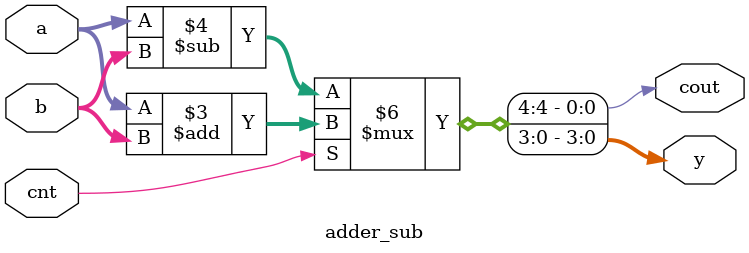
<source format=v>
module adder_sub(a,b,cnt, y, cout);

input [3:0]a, b;
input cnt;
output reg[3:0]y;
output reg cout;
always@(*)
begin
if(cnt==1)
begin
{cout, y}=a+b;
end
else 
begin
{cout, y}=a-b;
end
end
endmodule 
</source>
